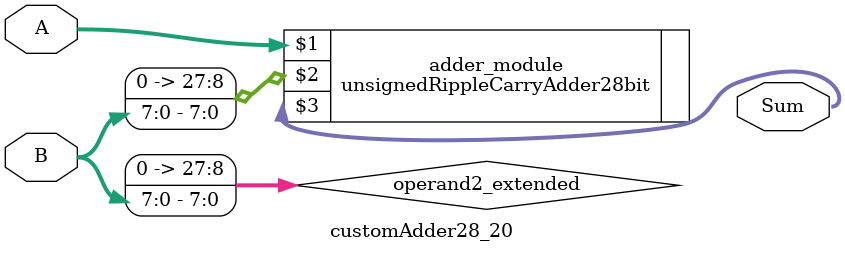
<source format=v>

module customAdder28_20(
                    input [27 : 0] A,
                    input [7 : 0] B,
                    
                    output [28 : 0] Sum
            );

    wire [27 : 0] operand2_extended;
    
    assign operand2_extended =  {20'b0, B};
    
    unsignedRippleCarryAdder28bit adder_module(
        A,
        operand2_extended,
        Sum
    );
    
endmodule
        
</source>
